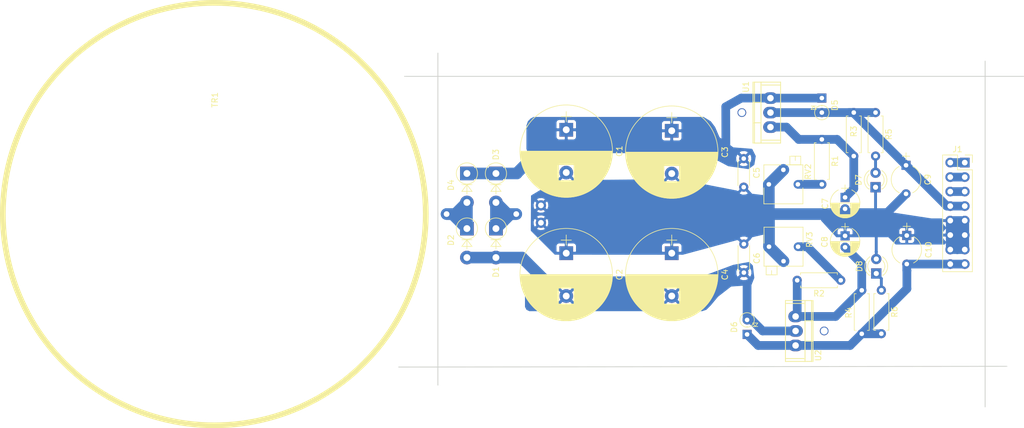
<source format=kicad_pcb>
(kicad_pcb (version 20171130) (host pcbnew "(5.0.1-3-g963ef8bb5)")
  (layers (0 F.Cu signal) (31 B.Cu signal) (35 F.Paste user) (37 F.SilkS user) (38 B.Mask user) (39 F.Mask user) (44 Edge.Cuts user))
  (net 0 "")
  (net 1 GNDREF)
  (net 2 "Net-(C1-Pad1)")
  (net 3 "Net-(C2-Pad2)")
  (net 4 "Net-(C7-Pad1)")
  (net 5 "Net-(C8-Pad2)")
  (net 6 +12V)
  (net 7 -12V)
  (net 8 "Net-(D1-Pad1)")
  (net 9 "Net-(D2-Pad1)")
  (net 10 "Net-(D7-Pad2)")
  (net 11 "Net-(D8-Pad1)")
  (net 12 "Net-(R1-Pad2)")
  (net 13 "Net-(R2-Pad1)")
  (net 14 "Net-(J1-Pad5)")
  (net 15 "Net-(J1-Pad3)")
  (net 16 "Net-(J1-Pad1)")
  (module footprints:Transformer_Toroidal_D74.0mm_OffBoardMount (layer F.Cu) (at 91.44 91.694 90)
    (fp_text reference TR1 (at 20 0.1 90) (layer F.SilkS))
    (fp_text value VPT30-830)
    (pad 5 thru_hole circle (at 0 40.64 90) (size 1.8 1.8) (drill 1) (layers *.Cu *.Mask) (net 9 "Net-(D2-Pad1)"))
    (pad 6 thru_hole circle (at 1.524 57.15 90) (size 1.8 1.8) (drill 1) (layers *.Cu *.Mask) (net 1 GNDREF))
    (pad 7 thru_hole circle (at -1.524 57.15 90) (size 1.8 1.8) (drill 1) (layers *.Cu *.Mask) (net 1 GNDREF))
    (pad 8 thru_hole circle (at 0 52.832 90) (size 1.8 1.8) (drill 1) (layers *.Cu *.Mask) (net 8 "Net-(D1-Pad1)"))
  )
  (module Capacitors_ThroughHole:CP_Radial_D16.0mm_P7.50mm (layer F.Cu) (at 171.475 77.1 270)
    (fp_text reference C3 (at 3.75 -9.31 270) (layer F.SilkS))
    (fp_text value 2200µF)
    (pad 1 thru_hole rect (at 0 0 270) (size 2.4 2.4) (drill 1.2) (layers *.Cu *.Mask) (net 2 "Net-(C1-Pad1)"))
    (pad 2 thru_hole circle (at 7.5 0 270) (size 2.4 2.4) (drill 1.2) (layers *.Cu *.Mask) (net 1 GNDREF))
  )
  (module Diodes_ThroughHole:D_DO-35_SOD27_P2.54mm_Vertical_KathodeUp (layer F.Cu) (at 197.739 71.374 270)
    (fp_text reference D5 (at 1.27 -2.266371 270) (layer F.SilkS))
    (fp_text value 1N4007)
    (pad 1 thru_hole rect (at 0 0 270) (size 1.6 1.6) (drill 0.8) (layers *.Cu *.Mask) (net 2 "Net-(C1-Pad1)"))
    (pad 2 thru_hole oval (at 2.54 0 270) (size 1.6 1.6) (drill 0.8) (layers *.Cu *.Mask) (net 6 +12V))
  )
  (module Power_Integrations:TO-220 (layer F.Cu) (at 188.747 73.92 90)
    (fp_text reference U1 (at 4.5 -4.3 90) (layer F.SilkS))
    (fp_text value LM317)
    (pad 2 thru_hole oval (at 0 0 90) (size 2.032 2.54) (drill 1.143) (layers *.Cu *.Mask) (net 6 +12V))
    (pad 3 thru_hole oval (at 2.54 0 90) (size 2.032 2.54) (drill 1.143) (layers *.Cu *.Mask) (net 2 "Net-(C1-Pad1)"))
    (pad 1 thru_hole oval (at -2.54 0 90) (size 2.032 2.54) (drill 1.143) (layers *.Cu *.Mask) (net 4 "Net-(C7-Pad1)"))
  )
  (module Capacitors_ThroughHole:CP_Radial_D5.0mm_P2.00mm (layer F.Cu) (at 201.803 95.504 270)
    (fp_text reference C8 (at 1.076 3.579 270) (layer F.SilkS))
    (fp_text value 10µF/25V)
    (pad 1 thru_hole rect (at 0 0 270) (size 1.6 1.6) (drill 0.8) (layers *.Cu *.Mask) (net 1 GNDREF))
    (pad 2 thru_hole circle (at 2 0 270) (size 1.6 1.6) (drill 0.8) (layers *.Cu *.Mask) (net 5 "Net-(C8-Pad2)"))
  )
  (module Diodes_ThroughHole:D_DO-15_P5.08mm_Vertical_AnodeUp (layer F.Cu) (at 135.636 84.582 270)
    (fp_text reference D4 (at 2.032 2.794 90) (layer F.SilkS))
    (fp_text value RL202)
    (pad 2 thru_hole oval (at 5.08 0 270) (size 2.4 2.4) (drill 1.2) (layers *.Cu *.Mask) (net 9 "Net-(D2-Pad1)"))
    (pad 1 thru_hole rect (at 0 0 270) (size 2.4 2.4) (drill 1.2) (layers *.Cu *.Mask) (net 2 "Net-(C1-Pad1)"))
  )
  (module Capacitors_ThroughHole:CP_Radial_D16.0mm_P7.50mm (layer F.Cu) (at 153.016 98.55 270)
    (fp_text reference C2 (at 3.75 -9.31 270) (layer F.SilkS))
    (fp_text value 2200µF)
    (pad 2 thru_hole circle (at 7.5 0 270) (size 2.4 2.4) (drill 1.2) (layers *.Cu *.Mask) (net 3 "Net-(C2-Pad2)"))
    (pad 1 thru_hole rect (at 0 0 270) (size 2.4 2.4) (drill 1.2) (layers *.Cu *.Mask) (net 1 GNDREF))
  )
  (module Capacitors_ThroughHole:CP_Radial_D16.0mm_P7.50mm (layer F.Cu) (at 171.475 98.55 270)
    (fp_text reference C4 (at 3.75 -9.31 270) (layer F.SilkS))
    (fp_text value 2200µF)
    (pad 1 thru_hole rect (at 0 0 270) (size 2.4 2.4) (drill 1.2) (layers *.Cu *.Mask) (net 1 GNDREF))
    (pad 2 thru_hole circle (at 7.5 0 270) (size 2.4 2.4) (drill 1.2) (layers *.Cu *.Mask) (net 3 "Net-(C2-Pad2)"))
  )
  (module Capacitors_ThroughHole:CP_Radial_D16.0mm_P7.50mm (layer F.Cu) (at 153.016 76.925 270)
    (fp_text reference C1 (at 3.75 -9.31 270) (layer F.SilkS))
    (fp_text value 2200µF)
    (pad 2 thru_hole circle (at 7.5 0 270) (size 2.4 2.4) (drill 1.2) (layers *.Cu *.Mask) (net 1 GNDREF))
    (pad 1 thru_hole rect (at 0 0 270) (size 2.4 2.4) (drill 1.2) (layers *.Cu *.Mask) (net 2 "Net-(C1-Pad1)"))
  )
  (module Capacitors_ThroughHole:C_Disc_D4.3mm_W1.9mm_P5.00mm (layer F.Cu) (at 184.072 81.975 270)
    (fp_text reference C5 (at 2.5 -2.26 270) (layer F.SilkS))
    (fp_text value 100nF)
    (pad 2 thru_hole circle (at 5 0 270) (size 1.6 1.6) (drill 0.8) (layers *.Cu *.Mask) (net 1 GNDREF))
    (pad 1 thru_hole circle (at 0 0 270) (size 1.6 1.6) (drill 0.8) (layers *.Cu *.Mask) (net 2 "Net-(C1-Pad1)"))
  )
  (module Capacitors_ThroughHole:C_Disc_D4.3mm_W1.9mm_P5.00mm (layer F.Cu) (at 184.097 96.95 270)
    (fp_text reference C6 (at 2.5 -2.26 270) (layer F.SilkS))
    (fp_text value 100nF)
    (pad 1 thru_hole circle (at 0 0 270) (size 1.6 1.6) (drill 0.8) (layers *.Cu *.Mask) (net 1 GNDREF))
    (pad 2 thru_hole circle (at 5 0 270) (size 1.6 1.6) (drill 0.8) (layers *.Cu *.Mask) (net 3 "Net-(C2-Pad2)"))
  )
  (module Capacitors_ThroughHole:CP_Radial_D5.0mm_P2.00mm (layer F.Cu) (at 201.803 88.773 270)
    (fp_text reference C7 (at 1.112 3.477 270) (layer F.SilkS))
    (fp_text value 10µF/25V)
    (pad 2 thru_hole circle (at 2 0 270) (size 1.6 1.6) (drill 0.8) (layers *.Cu *.Mask) (net 1 GNDREF))
    (pad 1 thru_hole rect (at 0 0 270) (size 1.6 1.6) (drill 0.8) (layers *.Cu *.Mask) (net 4 "Net-(C7-Pad1)"))
  )
  (module Capacitors_ThroughHole:CP_Radial_Tantal_D5.0mm_P5.00mm (layer F.Cu) (at 212.472 83.15 270)
    (fp_text reference C9 (at 2.5 -3.81 270) (layer F.SilkS))
    (fp_text value "1µF (Tantalum)")
    (pad 2 thru_hole circle (at 5 0 270) (size 1.6 1.6) (drill 0.8) (layers *.Cu *.Mask) (net 1 GNDREF))
    (pad 1 thru_hole rect (at 0 0 270) (size 1.6 1.6) (drill 0.8) (layers *.Cu *.Mask) (net 6 +12V))
  )
  (module Capacitors_ThroughHole:CP_Radial_Tantal_D5.0mm_P5.00mm (layer F.Cu) (at 212.6 95.45 270)
    (fp_text reference C10 (at 2.5 -3.81 270) (layer F.SilkS))
    (fp_text value "1µF (Tantalum)")
    (pad 2 thru_hole circle (at 5 0 270) (size 1.6 1.6) (drill 0.8) (layers *.Cu *.Mask) (net 7 -12V))
    (pad 1 thru_hole rect (at 0 0 270) (size 1.6 1.6) (drill 0.8) (layers *.Cu *.Mask) (net 1 GNDREF))
  )
  (module Diodes_ThroughHole:D_DO-15_P5.08mm_Vertical_AnodeUp (layer F.Cu) (at 140.716 94.234 270)
    (fp_text reference D1 (at 7.62 0 270) (layer F.SilkS))
    (fp_text value RL202)
    (pad 2 thru_hole oval (at 5.08 0 270) (size 2.4 2.4) (drill 1.2) (layers *.Cu *.Mask) (net 3 "Net-(C2-Pad2)"))
    (pad 1 thru_hole rect (at 0 0 270) (size 2.4 2.4) (drill 1.2) (layers *.Cu *.Mask) (net 8 "Net-(D1-Pad1)"))
  )
  (module Diodes_ThroughHole:D_DO-15_P5.08mm_Vertical_AnodeUp (layer F.Cu) (at 135.636 94.234 270)
    (fp_text reference D2 (at 2.032 2.794 90) (layer F.SilkS))
    (fp_text value RL202)
    (pad 1 thru_hole rect (at 0 0 270) (size 2.4 2.4) (drill 1.2) (layers *.Cu *.Mask) (net 9 "Net-(D2-Pad1)"))
    (pad 2 thru_hole oval (at 5.08 0 270) (size 2.4 2.4) (drill 1.2) (layers *.Cu *.Mask) (net 3 "Net-(C2-Pad2)"))
  )
  (module Diodes_ThroughHole:D_DO-15_P5.08mm_Vertical_AnodeUp (layer F.Cu) (at 140.716 84.582 270)
    (fp_text reference D3 (at -3.302 0 270) (layer F.SilkS))
    (fp_text value RL202)
    (pad 1 thru_hole rect (at 0 0 270) (size 2.4 2.4) (drill 1.2) (layers *.Cu *.Mask) (net 2 "Net-(C1-Pad1)"))
    (pad 2 thru_hole oval (at 5.08 0 270) (size 2.4 2.4) (drill 1.2) (layers *.Cu *.Mask) (net 8 "Net-(D1-Pad1)"))
  )
  (module Diodes_ThroughHole:D_DO-35_SOD27_P2.54mm_Vertical_KathodeUp (layer F.Cu) (at 184.658 112.776 90)
    (fp_text reference D6 (at 1.27 -2.266371 90) (layer F.SilkS))
    (fp_text value 1N4007)
    (pad 1 thru_hole rect (at 0 0 90) (size 1.6 1.6) (drill 0.8) (layers *.Cu *.Mask) (net 7 -12V))
    (pad 2 thru_hole oval (at 2.54 0 90) (size 1.6 1.6) (drill 0.8) (layers *.Cu *.Mask) (net 3 "Net-(C2-Pad2)"))
  )
  (module LEDs:LED_D3.0mm (layer F.Cu) (at 207.137 86.995 90)
    (fp_text reference D7 (at 1.27 -2.96 90) (layer F.SilkS))
    (fp_text value LED)
    (pad 2 thru_hole circle (at 2.54 0 90) (size 1.8 1.8) (drill 0.9) (layers *.Cu *.Mask) (net 10 "Net-(D7-Pad2)"))
    (pad 1 thru_hole rect (at 0 0 90) (size 1.8 1.8) (drill 0.9) (layers *.Cu *.Mask) (net 1 GNDREF))
  )
  (module LEDs:LED_D3.0mm (layer F.Cu) (at 207.264 102.108 90)
    (fp_text reference D8 (at 1.27 -2.96 90) (layer F.SilkS))
    (fp_text value LED)
    (pad 1 thru_hole rect (at 0 0 90) (size 1.8 1.8) (drill 0.9) (layers *.Cu *.Mask) (net 11 "Net-(D8-Pad1)"))
    (pad 2 thru_hole circle (at 2.54 0 90) (size 1.8 1.8) (drill 0.9) (layers *.Cu *.Mask) (net 1 GNDREF))
  )
  (module Potentiometers:Potentiometer_Trimmer_Bourns_3266P (layer F.Cu) (at 193.548 86.487 270)
    (fp_text reference RV2 (at -2.205 -1.779 270) (layer F.SilkS))
    (fp_text value 100R)
    (pad 3 thru_hole circle (at 0 5.08 270) (size 1.44 1.44) (drill 0.8) (layers *.Cu *.Mask) (net 1 GNDREF))
    (pad 2 thru_hole circle (at -2.54 2.54 270) (size 1.44 1.44) (drill 0.8) (layers *.Cu *.Mask) (net 1 GNDREF))
    (pad 1 thru_hole circle (at 0 0 270) (size 1.44 1.44) (drill 0.8) (layers *.Cu *.Mask) (net 12 "Net-(R1-Pad2)"))
  )
  (module Potentiometers:Potentiometer_Trimmer_Bourns_3266P (layer F.Cu) (at 188.497 97.409 90)
    (fp_text reference RV3 (at 1.23 7.083 90) (layer F.SilkS))
    (fp_text value 100R)
    (pad 3 thru_hole circle (at 0 5.08 90) (size 1.44 1.44) (drill 0.8) (layers *.Cu *.Mask) (net 13 "Net-(R2-Pad1)"))
    (pad 2 thru_hole circle (at -2.54 2.54 90) (size 1.44 1.44) (drill 0.8) (layers *.Cu *.Mask) (net 1 GNDREF))
    (pad 1 thru_hole circle (at 0 0 90) (size 1.44 1.44) (drill 0.8) (layers *.Cu *.Mask) (net 1 GNDREF))
  )
  (module Power_Integrations:TO-220 (layer F.Cu) (at 193.147 112.172 270)
    (fp_text reference U2 (at 4.287 -3.957 270) (layer F.SilkS))
    (fp_text value LM337)
    (pad 2 thru_hole oval (at 0 0 270) (size 2.032 2.54) (drill 1.143) (layers *.Cu *.Mask) (net 3 "Net-(C2-Pad2)"))
    (pad 3 thru_hole oval (at 2.54 0 270) (size 2.032 2.54) (drill 1.143) (layers *.Cu *.Mask) (net 7 -12V))
    (pad 1 thru_hole oval (at -2.54 0 270) (size 2.032 2.54) (drill 1.143) (layers *.Cu *.Mask) (net 5 "Net-(C8-Pad2)"))
  )
  (module Socket_Strips:Socket_Strip_Straight_2x08_Pitch2.54mm (layer F.Cu) (at 222.747 82.675)
    (fp_text reference J1 (at -1.27 -2.33) (layer F.SilkS))
    (fp_text value Conn_02x08_Odd_Even)
    (pad 16 thru_hole oval (at -2.54 17.78) (size 1.7 1.7) (drill 1) (layers *.Cu *.Mask) (net 7 -12V))
    (pad 15 thru_hole oval (at 0 17.78) (size 1.7 1.7) (drill 1) (layers *.Cu *.Mask) (net 7 -12V))
    (pad 14 thru_hole oval (at -2.54 15.24) (size 1.7 1.7) (drill 1) (layers *.Cu *.Mask) (net 1 GNDREF))
    (pad 13 thru_hole oval (at 0 15.24) (size 1.7 1.7) (drill 1) (layers *.Cu *.Mask) (net 1 GNDREF))
    (pad 12 thru_hole oval (at -2.54 12.7) (size 1.7 1.7) (drill 1) (layers *.Cu *.Mask) (net 1 GNDREF))
    (pad 11 thru_hole oval (at 0 12.7) (size 1.7 1.7) (drill 1) (layers *.Cu *.Mask) (net 1 GNDREF))
    (pad 10 thru_hole oval (at -2.54 10.16) (size 1.7 1.7) (drill 1) (layers *.Cu *.Mask) (net 1 GNDREF))
    (pad 9 thru_hole oval (at 0 10.16) (size 1.7 1.7) (drill 1) (layers *.Cu *.Mask) (net 1 GNDREF))
    (pad 8 thru_hole oval (at -2.54 7.62) (size 1.7 1.7) (drill 1) (layers *.Cu *.Mask) (net 6 +12V))
    (pad 7 thru_hole oval (at 0 7.62) (size 1.7 1.7) (drill 1) (layers *.Cu *.Mask) (net 6 +12V))
    (pad 6 thru_hole oval (at -2.54 5.08) (size 1.7 1.7) (drill 1) (layers *.Cu *.Mask) (net 14 "Net-(J1-Pad5)"))
    (pad 5 thru_hole oval (at 0 5.08) (size 1.7 1.7) (drill 1) (layers *.Cu *.Mask) (net 14 "Net-(J1-Pad5)"))
    (pad 4 thru_hole oval (at -2.54 2.54) (size 1.7 1.7) (drill 1) (layers *.Cu *.Mask) (net 15 "Net-(J1-Pad3)"))
    (pad 3 thru_hole oval (at 0 2.54) (size 1.7 1.7) (drill 1) (layers *.Cu *.Mask) (net 15 "Net-(J1-Pad3)"))
    (pad 2 thru_hole oval (at -2.54 0) (size 1.7 1.7) (drill 1) (layers *.Cu *.Mask) (net 16 "Net-(J1-Pad1)"))
    (pad 1 thru_hole rect (at 0 0) (size 1.7 1.7) (drill 1) (layers *.Cu *.Mask) (net 16 "Net-(J1-Pad1)"))
  )
  (module Resistors_ThroughHole:R_Axial_DIN0207_L6.3mm_D2.5mm_P7.62mm_Horizontal (layer F.Cu) (at 197.739 78.613 270)
    (fp_text reference R1 (at 3.81 -2.31 270) (layer F.SilkS))
    (fp_text value 2k)
    (pad 1 thru_hole circle (at 0 0 270) (size 1.6 1.6) (drill 0.8) (layers *.Cu *.Mask) (net 4 "Net-(C7-Pad1)"))
    (pad 2 thru_hole oval (at 7.874 0 270) (size 1.6 1.6) (drill 0.8) (layers *.Cu *.Mask) (net 12 "Net-(R1-Pad2)"))
  )
  (module Resistors_ThroughHole:R_Axial_DIN0207_L6.3mm_D2.5mm_P7.62mm_Horizontal (layer F.Cu) (at 201.047 103.297 180)
    (fp_text reference R2 (at 3.81 -2.31 180) (layer F.SilkS))
    (fp_text value 2k)
    (pad 2 thru_hole oval (at 7.62 0 180) (size 1.6 1.6) (drill 0.8) (layers *.Cu *.Mask) (net 5 "Net-(C8-Pad2)"))
    (pad 1 thru_hole circle (at 0 0 180) (size 1.6 1.6) (drill 0.8) (layers *.Cu *.Mask) (net 13 "Net-(R2-Pad1)"))
  )
  (module Resistors_ThroughHole:R_Axial_DIN0207_L6.3mm_D2.5mm_P7.62mm_Horizontal (layer F.Cu) (at 203.327 73.914 270)
    (fp_text reference R3 (at 3.302 0 270) (layer F.SilkS))
    (fp_text value 240R)
    (pad 2 thru_hole oval (at 7.62 0 270) (size 1.6 1.6) (drill 0.8) (layers *.Cu *.Mask) (net 4 "Net-(C7-Pad1)"))
    (pad 1 thru_hole circle (at 0 0 270) (size 1.6 1.6) (drill 0.8) (layers *.Cu *.Mask) (net 6 +12V))
  )
  (module Resistors_ThroughHole:R_Axial_DIN0207_L6.3mm_D2.5mm_P7.62mm_Horizontal (layer F.Cu) (at 204.724 105.05 270)
    (fp_text reference R4 (at 3.916 2.286 270) (layer F.SilkS))
    (fp_text value 240R)
    (pad 2 thru_hole oval (at 7.62 0 270) (size 1.6 1.6) (drill 0.8) (layers *.Cu *.Mask) (net 7 -12V))
    (pad 1 thru_hole circle (at 0 0 270) (size 1.6 1.6) (drill 0.8) (layers *.Cu *.Mask) (net 5 "Net-(C8-Pad2)"))
  )
  (module Resistors_ThroughHole:R_Axial_DIN0207_L6.3mm_D2.5mm_P7.62mm_Horizontal (layer F.Cu) (at 207.137 73.914 270)
    (fp_text reference R5 (at 3.81 -2.31 270) (layer F.SilkS))
    (fp_text value 2k)
    (pad 1 thru_hole circle (at 0 0 270) (size 1.6 1.6) (drill 0.8) (layers *.Cu *.Mask) (net 6 +12V))
    (pad 2 thru_hole oval (at 7.62 0 270) (size 1.6 1.6) (drill 0.8) (layers *.Cu *.Mask) (net 10 "Net-(D7-Pad2)"))
  )
  (module Resistors_ThroughHole:R_Axial_DIN0207_L6.3mm_D2.5mm_P7.62mm_Horizontal (layer F.Cu) (at 208.153 105.029 270)
    (fp_text reference R6 (at 3.81 -2.31 270) (layer F.SilkS))
    (fp_text value 2k)
    (pad 1 thru_hole circle (at 0 0 270) (size 1.6 1.6) (drill 0.8) (layers *.Cu *.Mask) (net 11 "Net-(D8-Pad1)"))
    (pad 2 thru_hole oval (at 7.62 0 270) (size 1.6 1.6) (drill 0.8) (layers *.Cu *.Mask) (net 7 -12V))
  )
  (gr_line (start 130.556 121.666) (end 130.556 63.5) (layer Edge.Cuts) (width 0.15))
  (gr_line (start 230.124 118.364) (end 123.698 118.491) (layer Edge.Cuts) (width 0.15))
  (gr_line (start 226.314 64.897) (end 226.314 125.476) (layer Edge.Cuts) (width 0.15))
  (gr_line (start 124.714 67.564) (end 233.045 67.564) (layer Edge.Cuts) (width 0.15))
  (via (at 198.147 112.172) (size 1.524) (drill 1.19888) (layers F.Cu B.Cu) (net 0))
  (via (at 183.747 73.92) (size 1.524) (drill 1.19888) (layers F.Cu B.Cu) (net 0))
  (segment (start 171.3 84.425) (end 171.475 84.6) (width 0.25) (layer B.Cu) (net 1))
  (segment (start 208.922 91.7) (end 212.472 88.15) (width 1.524) (layer B.Cu) (net 1))
  (segment (start 220.107 95.275) (end 220.207 95.375) (width 1.524) (layer B.Cu) (net 1))
  (segment (start 220.207 95.375) (end 220.207 97.915) (width 1.524) (layer B.Cu) (net 1))
  (segment (start 220.207 95.375) (end 220.207 92.835) (width 1.524) (layer B.Cu) (net 1))
  (segment (start 221.447 97.915) (end 222.747 97.915) (width 1.524) (layer B.Cu) (net 1))
  (segment (start 220.207 97.915) (end 221.447 97.915) (width 1.524) (layer B.Cu) (net 1))
  (segment (start 221.447 92.835) (end 222.747 92.835) (width 1.524) (layer B.Cu) (net 1))
  (segment (start 220.207 92.835) (end 221.447 92.835) (width 1.524) (layer B.Cu) (net 1))
  (segment (start 222.747 95.375) (end 222.747 92.835) (width 1.524) (layer B.Cu) (net 1))
  (segment (start 222.747 97.915) (end 222.747 95.375) (width 1.524) (layer B.Cu) (net 1))
  (segment (start 221.447 92.835) (end 221.447 97.915) (width 1.524) (layer B.Cu) (net 1))
  (segment (start 207.137 91.7) (end 188.715 91.7) (width 2.032) (layer B.Cu) (net 1))
  (segment (start 188.467 91.452) (end 188.715 91.7) (width 2.032) (layer B.Cu) (net 1))
  (segment (start 188.467 91.452) (end 186.067 91.452) (width 2.032) (layer B.Cu) (net 1))
  (segment (start 207.264 95.645) (end 208.922 93.987) (width 0.25) (layer B.Cu) (net 1))
  (segment (start 207.137 91.7) (end 208.922 91.7) (width 2.032) (layer B.Cu) (net 1))
  (segment (start 188.468 91.453) (end 188.497 91.482) (width 2.032) (layer B.Cu) (net 1))
  (segment (start 188.468 86.487) (end 188.468 91.453) (width 2.032) (layer B.Cu) (net 1))
  (segment (start 188.468 86.487) (end 191.008 83.947) (width 2.032) (layer B.Cu) (net 1))
  (segment (start 188.497 91.482) (end 188.467 91.452) (width 2.032) (layer B.Cu) (net 1))
  (segment (start 188.497 97.409) (end 188.497 91.482) (width 2.032) (layer B.Cu) (net 1))
  (segment (start 188.497 97.409) (end 191.037 99.949) (width 2.032) (layer B.Cu) (net 1))
  (segment (start 207.137 86.995) (end 207.137 91.7) (width 0.508) (layer B.Cu) (net 1))
  (segment (start 207.264 98.295208) (end 207.26 98.291208) (width 0.508) (layer B.Cu) (net 1))
  (segment (start 207.264 99.568) (end 207.264 98.295208) (width 0.508) (layer B.Cu) (net 1))
  (segment (start 207.26 98.291208) (end 207.26 95.24) (width 0.508) (layer B.Cu) (net 1))
  (segment (start 152.175 77.1) (end 152 76.925) (width 0.25) (layer B.Cu) (net 2))
  (segment (start 140.716 84.582) (end 144.343 84.582) (width 2.032) (layer B.Cu) (net 2))
  (segment (start 135.636 84.582) (end 140.716 84.582) (width 2.032) (layer B.Cu) (net 2))
  (segment (start 197.733 71.38) (end 197.739 71.374) (width 1.524) (layer B.Cu) (net 2))
  (segment (start 188.747 71.38) (end 197.733 71.38) (width 1.524) (layer B.Cu) (net 2))
  (segment (start 144.343 84.582) (end 144.418 84.582) (width 1.524) (layer B.Cu) (net 2))
  (segment (start 144.343 84.582) (end 144.343 84.557) (width 2.032) (layer B.Cu) (net 2))
  (segment (start 144.343 84.557) (end 149.75 79.15) (width 2.032) (layer B.Cu) (net 2))
  (segment (start 180.925 72.9) (end 180.95 79.925) (width 1.524) (layer B.Cu) (net 2))
  (segment (start 183.642 71.374) (end 180.925 72.9) (width 1.524) (layer B.Cu) (net 2))
  (segment (start 188.229672 71.374) (end 183.642 71.374) (width 1.524) (layer B.Cu) (net 2))
  (segment (start 140.716 99.314) (end 145.264 99.314) (width 2.032) (layer B.Cu) (net 3))
  (segment (start 135.636 99.314) (end 140.716 99.314) (width 2.032) (layer B.Cu) (net 3))
  (segment (start 187.385602 112.172) (end 185.449602 110.236) (width 1.524) (layer B.Cu) (net 3))
  (segment (start 185.449602 110.236) (end 184.658 110.236) (width 1.524) (layer B.Cu) (net 3))
  (segment (start 193.147 112.172) (end 187.385602 112.172) (width 1.524) (layer B.Cu) (net 3))
  (segment (start 184.658 110.236) (end 184.658 104.14) (width 1.524) (layer B.Cu) (net 3))
  (segment (start 145.264 99.314) (end 149.375 103.425) (width 2.032) (layer B.Cu) (net 3))
  (segment (start 191.541 76.46) (end 193.706 78.625) (width 1.524) (layer B.Cu) (net 4))
  (segment (start 188.747 76.46) (end 191.541 76.46) (width 1.524) (layer B.Cu) (net 4))
  (segment (start 193.718 78.613) (end 197.739 78.613) (width 1.524) (layer B.Cu) (net 4))
  (segment (start 193.706 78.625) (end 193.718 78.613) (width 1.524) (layer B.Cu) (net 4))
  (segment (start 200.406 78.613) (end 203.327 81.534) (width 1.524) (layer B.Cu) (net 4))
  (segment (start 197.739 78.613) (end 200.406 78.613) (width 1.524) (layer B.Cu) (net 4))
  (segment (start 203.327 87.249) (end 201.803 88.773) (width 1.524) (layer B.Cu) (net 4))
  (segment (start 203.327 81.534) (end 203.327 87.249) (width 1.524) (layer B.Cu) (net 4))
  (segment (start 193.427 109.352) (end 193.147 109.632) (width 1.524) (layer B.Cu) (net 5))
  (segment (start 193.427 103.297) (end 193.427 109.352) (width 1.524) (layer B.Cu) (net 5))
  (segment (start 204.747 105.027) (end 204.724 105.05) (width 1.524) (layer B.Cu) (net 5))
  (segment (start 200.142 109.632) (end 204.724 105.05) (width 1.524) (layer B.Cu) (net 5))
  (segment (start 193.147 109.632) (end 200.142 109.632) (width 1.524) (layer B.Cu) (net 5))
  (segment (start 204.724 100.425) (end 201.803 97.504) (width 1.524) (layer B.Cu) (net 5))
  (segment (start 204.724 105.05) (end 204.724 100.425) (width 1.524) (layer B.Cu) (net 5))
  (segment (start 220.207 90.295) (end 222.747 90.295) (width 1.524) (layer B.Cu) (net 6))
  (segment (start 219.617 90.295) (end 220.207 90.295) (width 1.524) (layer B.Cu) (net 6))
  (segment (start 212.472 83.15) (end 219.617 90.295) (width 1.524) (layer B.Cu) (net 6))
  (segment (start 197.733 73.92) (end 197.739 73.914) (width 1.524) (layer B.Cu) (net 6))
  (segment (start 188.747 73.92) (end 197.733 73.92) (width 1.524) (layer B.Cu) (net 6))
  (segment (start 197.739 73.914) (end 207.137 73.914) (width 1.524) (layer B.Cu) (net 6))
  (segment (start 203.236 73.914) (end 212.472 83.15) (width 1.524) (layer B.Cu) (net 6))
  (segment (start 202.438 73.914) (end 203.236 73.914) (width 1.524) (layer B.Cu) (net 6))
  (segment (start 220.207 100.455) (end 222.747 100.455) (width 1.524) (layer B.Cu) (net 7))
  (segment (start 186.594 114.712) (end 184.658 112.776) (width 1.524) (layer B.Cu) (net 7))
  (segment (start 193.147 114.712) (end 186.594 114.712) (width 1.524) (layer B.Cu) (net 7))
  (segment (start 202.682 114.712) (end 204.724 112.67) (width 1.524) (layer B.Cu) (net 7))
  (segment (start 193.147 114.712) (end 202.682 114.712) (width 1.524) (layer B.Cu) (net 7))
  (segment (start 212.622 104.772) (end 204.724 112.67) (width 1.524) (layer B.Cu) (net 7))
  (segment (start 208.132 112.67) (end 208.153 112.649) (width 1.524) (layer B.Cu) (net 7))
  (segment (start 204.724 112.67) (end 208.132 112.67) (width 1.524) (layer B.Cu) (net 7))
  (segment (start 220.202 100.45) (end 220.207 100.455) (width 1.524) (layer B.Cu) (net 7))
  (segment (start 212.6 100.45) (end 220.202 100.45) (width 1.524) (layer B.Cu) (net 7))
  (segment (start 212.622 101.60337) (end 212.622 104.772) (width 1.524) (layer B.Cu) (net 7))
  (segment (start 212.6 101.58137) (end 212.622 101.60337) (width 1.524) (layer B.Cu) (net 7))
  (segment (start 212.6 100.45) (end 212.6 101.58137) (width 1.524) (layer B.Cu) (net 7))
  (segment (start 142.748 91.694) (end 140.716 89.662) (width 2.032) (layer B.Cu) (net 8))
  (segment (start 144.272 91.694) (end 142.748 91.694) (width 2.032) (layer B.Cu) (net 8))
  (segment (start 143.256 91.694) (end 140.716 94.234) (width 2.032) (layer B.Cu) (net 8))
  (segment (start 144.272 91.694) (end 143.256 91.694) (width 2.032) (layer B.Cu) (net 8))
  (segment (start 140.716 89.662) (end 140.716 94.234) (width 2.032) (layer B.Cu) (net 8))
  (segment (start 135.636 89.662) (end 135.636 94.234) (width 2.032) (layer B.Cu) (net 9))
  (segment (start 133.096 91.694) (end 135.636 94.234) (width 2.032) (layer B.Cu) (net 9))
  (segment (start 132.08 91.694) (end 133.096 91.694) (width 2.032) (layer B.Cu) (net 9))
  (segment (start 133.604 91.694) (end 135.636 89.662) (width 2.032) (layer B.Cu) (net 9))
  (segment (start 132.08 91.694) (end 133.604 91.694) (width 2.032) (layer B.Cu) (net 9))
  (segment (start 207.137 81.534) (end 207.137 84.455) (width 0.508) (layer B.Cu) (net 10))
  (segment (start 208.153 102.997) (end 207.264 102.108) (width 0.508) (layer B.Cu) (net 11))
  (segment (start 208.153 105.029) (end 208.153 102.997) (width 0.508) (layer B.Cu) (net 11))
  (segment (start 193.548 86.487) (end 197.739 86.487) (width 1.524) (layer B.Cu) (net 12))
  (segment (start 195.159 97.409) (end 201.047 103.297) (width 1.524) (layer B.Cu) (net 13))
  (segment (start 193.577 97.409) (end 195.159 97.409) (width 1.524) (layer B.Cu) (net 13))
  (segment (start 220.207 87.755) (end 222.747 87.755) (width 1.524) (layer B.Cu) (net 14))
  (segment (start 220.207 85.215) (end 222.747 85.215) (width 1.524) (layer B.Cu) (net 15))
  (segment (start 220.207 82.675) (end 222.747 82.675) (width 1.524) (layer B.Cu) (net 16))
  (zone (net 3) (net_name "Net-(C2-Pad2)") (layer B.Cu) (connect_pads (clearance 0.508)) (min_thickness 0.254) (fill yes (arc_segments 16) (thermal_gap 0.508) (thermal_bridge_width 0.508))
    (polygon (pts (xy 145.796 107.95) (xy 145.796 104.14) (xy 145.796 103.378) (xy 146.05 102.87) (xy 146.558 102.616) (xy 176.784 102.616) (xy 182.245 100.584) (xy 185.039 100.076) (xy 185.674 100.711) (xy 185.928 102.87) (xy 185.42 104.14) (xy 181.864 104.394) (xy 179.578 106.172) (xy 178.308 107.696) (xy 177.546 108.458) (xy 176.784 108.712) (xy 147.066 108.712) (xy 146.558 108.712) (xy 146.05 108.458)))
  )
  (zone (net 1) (net_name GNDREF) (layer B.Cu) (connect_pads (clearance 0.508)) (min_thickness 0.254) (fill yes (arc_segments 16) (thermal_gap 0.508) (thermal_bridge_width 0.508))
    (polygon (pts (xy 187.706 88.392) (xy 187.706 95.25) (xy 185.547 95.758) (xy 184.15 97.79) (xy 182.88 96.266) (xy 173.4 98.825) (xy 154.559 98.806) (xy 151.003 98.806) (xy 146.812 94.615) (xy 146.85 88.45) (xy 151.384 85.725) (xy 153.035 83.82) (xy 154.559 85.725) (xy 170.18 85.598) (xy 171.45 84.074) (xy 172.72 85.598) (xy 183.134 87.63) (xy 184.023 86.487) (xy 185.547 88.138)))
  )
  (zone (net 1) (net_name GNDREF) (layer B.Cu) (connect_pads (clearance 0.508)) (min_thickness 0.254) (fill yes (arc_segments 16) (thermal_gap 0.508) (thermal_bridge_width 0.508))
    (polygon (pts (xy 197.485 92.71) (xy 200.279 95.763) (xy 209.372 95.753) (xy 210.652 97.028) (xy 221.488 97.028) (xy 221.897 95) (xy 221.234 92.456) (xy 216.916 92.456) (xy 210.312 91.44) (xy 202.692 91.44)))
  )
  (zone (net 2) (net_name "Net-(C1-Pad1)") (layer B.Cu) (connect_pads (clearance 0.508)) (min_thickness 0.254) (fill yes (arc_segments 16) (thermal_gap 0.508) (thermal_bridge_width 0.508))
    (polygon (pts (xy 146.05 76.2) (xy 146.05 80.264) (xy 146.177 80.645) (xy 146.304 80.899) (xy 146.558 81.026) (xy 177.038 81.026) (xy 181.356 83.312) (xy 184.912 83.82) (xy 185.928 83.058) (xy 186.182 81.534) (xy 185.547 80.264) (xy 182.245 80.01) (xy 179.832 78.232) (xy 179.07 76.454) (xy 178.308 75.438) (xy 177.038 74.676) (xy 147.32 74.676) (xy 146.812 74.93) (xy 146.304 75.438)))
  )
)
</source>
